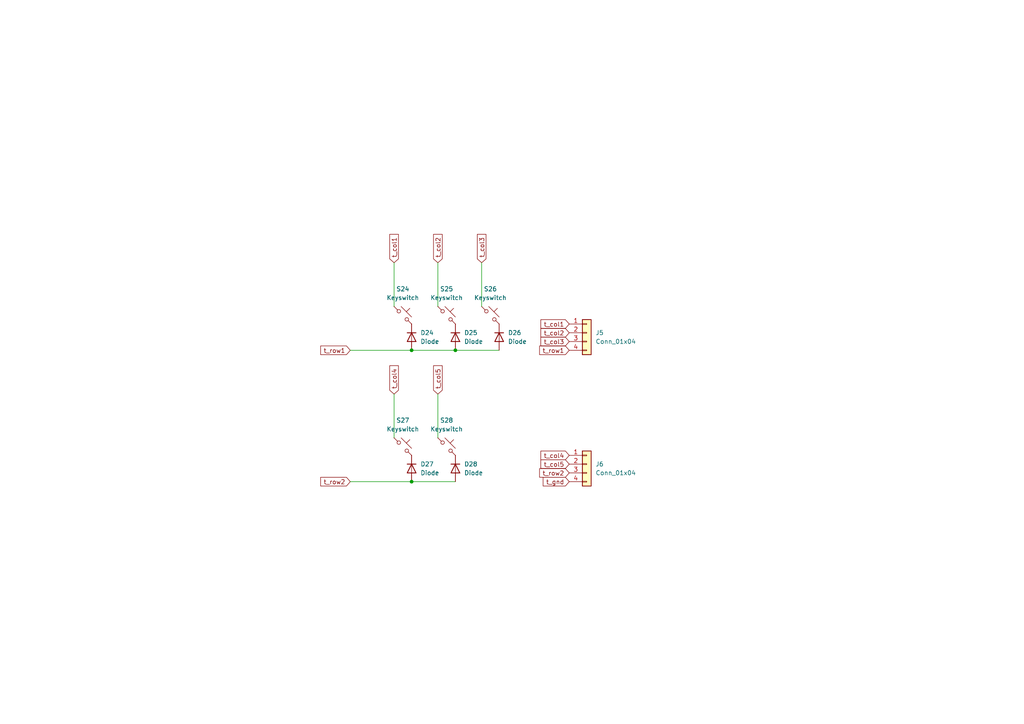
<source format=kicad_sch>
(kicad_sch (version 20230121) (generator eeschema)

  (uuid 591fdf8f-d7e1-4066-af13-60b22958773b)

  (paper "A4")

  (lib_symbols
    (symbol "Connector_Generic:Conn_01x04" (pin_names (offset 1.016) hide) (in_bom yes) (on_board yes)
      (property "Reference" "J" (at 0 5.08 0)
        (effects (font (size 1.27 1.27)))
      )
      (property "Value" "Conn_01x04" (at 0 -7.62 0)
        (effects (font (size 1.27 1.27)))
      )
      (property "Footprint" "" (at 0 0 0)
        (effects (font (size 1.27 1.27)) hide)
      )
      (property "Datasheet" "~" (at 0 0 0)
        (effects (font (size 1.27 1.27)) hide)
      )
      (property "ki_keywords" "connector" (at 0 0 0)
        (effects (font (size 1.27 1.27)) hide)
      )
      (property "ki_description" "Generic connector, single row, 01x04, script generated (kicad-library-utils/schlib/autogen/connector/)" (at 0 0 0)
        (effects (font (size 1.27 1.27)) hide)
      )
      (property "ki_fp_filters" "Connector*:*_1x??_*" (at 0 0 0)
        (effects (font (size 1.27 1.27)) hide)
      )
      (symbol "Conn_01x04_1_1"
        (rectangle (start -1.27 -4.953) (end 0 -5.207)
          (stroke (width 0.1524) (type default))
          (fill (type none))
        )
        (rectangle (start -1.27 -2.413) (end 0 -2.667)
          (stroke (width 0.1524) (type default))
          (fill (type none))
        )
        (rectangle (start -1.27 0.127) (end 0 -0.127)
          (stroke (width 0.1524) (type default))
          (fill (type none))
        )
        (rectangle (start -1.27 2.667) (end 0 2.413)
          (stroke (width 0.1524) (type default))
          (fill (type none))
        )
        (rectangle (start -1.27 3.81) (end 1.27 -6.35)
          (stroke (width 0.254) (type default))
          (fill (type background))
        )
        (pin passive line (at -5.08 2.54 0) (length 3.81)
          (name "Pin_1" (effects (font (size 1.27 1.27))))
          (number "1" (effects (font (size 1.27 1.27))))
        )
        (pin passive line (at -5.08 0 0) (length 3.81)
          (name "Pin_2" (effects (font (size 1.27 1.27))))
          (number "2" (effects (font (size 1.27 1.27))))
        )
        (pin passive line (at -5.08 -2.54 0) (length 3.81)
          (name "Pin_3" (effects (font (size 1.27 1.27))))
          (number "3" (effects (font (size 1.27 1.27))))
        )
        (pin passive line (at -5.08 -5.08 0) (length 3.81)
          (name "Pin_4" (effects (font (size 1.27 1.27))))
          (number "4" (effects (font (size 1.27 1.27))))
        )
      )
    )
    (symbol "ScottoKeebs:Placeholder_Diode" (pin_numbers hide) (pin_names hide) (in_bom yes) (on_board yes)
      (property "Reference" "D" (at 0 2.54 0)
        (effects (font (size 1.27 1.27)))
      )
      (property "Value" "Diode" (at 0 -2.54 0)
        (effects (font (size 1.27 1.27)))
      )
      (property "Footprint" "" (at 0 0 0)
        (effects (font (size 1.27 1.27)) hide)
      )
      (property "Datasheet" "" (at 0 0 0)
        (effects (font (size 1.27 1.27)) hide)
      )
      (property "Sim.Device" "D" (at 0 0 0)
        (effects (font (size 1.27 1.27)) hide)
      )
      (property "Sim.Pins" "1=K 2=A" (at 0 0 0)
        (effects (font (size 1.27 1.27)) hide)
      )
      (property "ki_keywords" "diode" (at 0 0 0)
        (effects (font (size 1.27 1.27)) hide)
      )
      (property "ki_description" "1N4148 (DO-35) or 1N4148W (SOD-123)" (at 0 0 0)
        (effects (font (size 1.27 1.27)) hide)
      )
      (property "ki_fp_filters" "D*DO?35*" (at 0 0 0)
        (effects (font (size 1.27 1.27)) hide)
      )
      (symbol "Placeholder_Diode_0_1"
        (polyline
          (pts
            (xy -1.27 1.27)
            (xy -1.27 -1.27)
          )
          (stroke (width 0.254) (type default))
          (fill (type none))
        )
        (polyline
          (pts
            (xy 1.27 0)
            (xy -1.27 0)
          )
          (stroke (width 0) (type default))
          (fill (type none))
        )
        (polyline
          (pts
            (xy 1.27 1.27)
            (xy 1.27 -1.27)
            (xy -1.27 0)
            (xy 1.27 1.27)
          )
          (stroke (width 0.254) (type default))
          (fill (type none))
        )
      )
      (symbol "Placeholder_Diode_1_1"
        (pin passive line (at -3.81 0 0) (length 2.54)
          (name "K" (effects (font (size 1.27 1.27))))
          (number "1" (effects (font (size 1.27 1.27))))
        )
        (pin passive line (at 3.81 0 180) (length 2.54)
          (name "A" (effects (font (size 1.27 1.27))))
          (number "2" (effects (font (size 1.27 1.27))))
        )
      )
    )
    (symbol "ScottoKeebs:Placeholder_Keyswitch" (pin_numbers hide) (pin_names (offset 1.016) hide) (in_bom yes) (on_board yes)
      (property "Reference" "S" (at 3.048 1.016 0)
        (effects (font (size 1.27 1.27)) (justify left))
      )
      (property "Value" "Keyswitch" (at 0 -3.81 0)
        (effects (font (size 1.27 1.27)))
      )
      (property "Footprint" "" (at 0 0 0)
        (effects (font (size 1.27 1.27)) hide)
      )
      (property "Datasheet" "~" (at 0 0 0)
        (effects (font (size 1.27 1.27)) hide)
      )
      (property "ki_keywords" "switch normally-open pushbutton push-button" (at 0 0 0)
        (effects (font (size 1.27 1.27)) hide)
      )
      (property "ki_description" "Push button switch, normally open, two pins, 45° tilted" (at 0 0 0)
        (effects (font (size 1.27 1.27)) hide)
      )
      (symbol "Placeholder_Keyswitch_0_1"
        (circle (center -1.1684 1.1684) (radius 0.508)
          (stroke (width 0) (type default))
          (fill (type none))
        )
        (polyline
          (pts
            (xy -0.508 2.54)
            (xy 2.54 -0.508)
          )
          (stroke (width 0) (type default))
          (fill (type none))
        )
        (polyline
          (pts
            (xy 1.016 1.016)
            (xy 2.032 2.032)
          )
          (stroke (width 0) (type default))
          (fill (type none))
        )
        (polyline
          (pts
            (xy -2.54 2.54)
            (xy -1.524 1.524)
            (xy -1.524 1.524)
          )
          (stroke (width 0) (type default))
          (fill (type none))
        )
        (polyline
          (pts
            (xy 1.524 -1.524)
            (xy 2.54 -2.54)
            (xy 2.54 -2.54)
            (xy 2.54 -2.54)
          )
          (stroke (width 0) (type default))
          (fill (type none))
        )
        (circle (center 1.143 -1.1938) (radius 0.508)
          (stroke (width 0) (type default))
          (fill (type none))
        )
        (pin passive line (at -2.54 2.54 0) (length 0)
          (name "1" (effects (font (size 1.27 1.27))))
          (number "1" (effects (font (size 1.27 1.27))))
        )
        (pin passive line (at 2.54 -2.54 180) (length 0)
          (name "2" (effects (font (size 1.27 1.27))))
          (number "2" (effects (font (size 1.27 1.27))))
        )
      )
    )
  )

  (junction (at 119.38 101.6) (diameter 0) (color 0 0 0 0)
    (uuid 48eb8e38-c206-465b-9989-a8ee30017a9f)
  )
  (junction (at 119.38 139.7) (diameter 0) (color 0 0 0 0)
    (uuid d394ae58-ea77-4668-badd-93744f498831)
  )
  (junction (at 132.08 101.6) (diameter 0) (color 0 0 0 0)
    (uuid d6d0d36d-a7e0-482f-95a0-1f51a5904248)
  )

  (wire (pts (xy 119.38 101.6) (xy 132.08 101.6))
    (stroke (width 0) (type default))
    (uuid 0de6d688-a285-4d6c-a9a1-5ae93dfa3c00)
  )
  (wire (pts (xy 114.3 114.3) (xy 114.3 127))
    (stroke (width 0) (type default))
    (uuid 1e10eff3-03d4-4ef9-93ac-39fe8b0dda7b)
  )
  (wire (pts (xy 114.3 76.2) (xy 114.3 88.9))
    (stroke (width 0) (type default))
    (uuid 1f727ec2-7374-4d27-be39-24af30fa9a2c)
  )
  (wire (pts (xy 139.7 76.2) (xy 139.7 88.9))
    (stroke (width 0) (type default))
    (uuid 28982215-25b0-47ae-8d9d-3444946f9f31)
  )
  (wire (pts (xy 101.6 139.7) (xy 119.38 139.7))
    (stroke (width 0) (type default))
    (uuid 3383381e-6b87-43c3-b6b2-f0f052eaae39)
  )
  (wire (pts (xy 119.38 139.7) (xy 132.08 139.7))
    (stroke (width 0) (type default))
    (uuid 4030d5b7-12fa-4a53-800e-693896af5401)
  )
  (wire (pts (xy 101.6 101.6) (xy 119.38 101.6))
    (stroke (width 0) (type default))
    (uuid 85ec87f9-7666-4d4c-8a25-1e22f9943c55)
  )
  (wire (pts (xy 127 76.2) (xy 127 88.9))
    (stroke (width 0) (type default))
    (uuid 915f607a-a865-4543-9eb6-38ac534dd57e)
  )
  (wire (pts (xy 132.08 101.6) (xy 144.78 101.6))
    (stroke (width 0) (type default))
    (uuid a423f2b9-47ce-4cd1-a02c-2a7e5a3f090e)
  )
  (wire (pts (xy 127 114.3) (xy 127 127))
    (stroke (width 0) (type default))
    (uuid eedff8a6-68be-416c-b13d-aa3c614f2e34)
  )

  (global_label "t_row1" (shape input) (at 101.6 101.6 180) (fields_autoplaced)
    (effects (font (size 1.27 1.27)) (justify right))
    (uuid 346392d0-70c0-44d6-ace5-b489c07ddb1c)
    (property "Intersheetrefs" "${INTERSHEET_REFS}" (at 92.4463 101.6 0)
      (effects (font (size 1.27 1.27)) (justify right) hide)
    )
  )
  (global_label "t_col1" (shape input) (at 165.1 93.98 180) (fields_autoplaced)
    (effects (font (size 1.27 1.27)) (justify right))
    (uuid 4b738b9c-3962-4679-b143-59fd9f997770)
    (property "Intersheetrefs" "${INTERSHEET_REFS}" (at 156.3092 93.98 0)
      (effects (font (size 1.27 1.27)) (justify right) hide)
    )
  )
  (global_label "t_col4" (shape input) (at 165.1 132.08 180) (fields_autoplaced)
    (effects (font (size 1.27 1.27)) (justify right))
    (uuid 580fb5ea-89e1-4f3e-8a7b-b0478e4dd4e4)
    (property "Intersheetrefs" "${INTERSHEET_REFS}" (at 156.3092 132.08 0)
      (effects (font (size 1.27 1.27)) (justify right) hide)
    )
  )
  (global_label "t_col5" (shape input) (at 165.1 134.62 180) (fields_autoplaced)
    (effects (font (size 1.27 1.27)) (justify right))
    (uuid 5c8f4688-9634-437e-87bc-9ff0ee5c373c)
    (property "Intersheetrefs" "${INTERSHEET_REFS}" (at 156.3092 134.62 0)
      (effects (font (size 1.27 1.27)) (justify right) hide)
    )
  )
  (global_label "t_col3" (shape input) (at 139.7 76.2 90) (fields_autoplaced)
    (effects (font (size 1.27 1.27)) (justify left))
    (uuid 70b1820e-0566-46cf-8b30-b7982530ff6d)
    (property "Intersheetrefs" "${INTERSHEET_REFS}" (at 139.7 67.4092 90)
      (effects (font (size 1.27 1.27)) (justify left) hide)
    )
  )
  (global_label "t_col3" (shape input) (at 165.1 99.06 180) (fields_autoplaced)
    (effects (font (size 1.27 1.27)) (justify right))
    (uuid 7e9531d2-0eaf-4120-b4dd-b001fe341f9e)
    (property "Intersheetrefs" "${INTERSHEET_REFS}" (at 156.3092 99.06 0)
      (effects (font (size 1.27 1.27)) (justify right) hide)
    )
  )
  (global_label "t_col4" (shape input) (at 114.3 114.3 90) (fields_autoplaced)
    (effects (font (size 1.27 1.27)) (justify left))
    (uuid 7f44bf03-466a-4e79-a453-85a0fb1b2e7d)
    (property "Intersheetrefs" "${INTERSHEET_REFS}" (at 114.3 105.5092 90)
      (effects (font (size 1.27 1.27)) (justify left) hide)
    )
  )
  (global_label "t_col2" (shape input) (at 127 76.2 90) (fields_autoplaced)
    (effects (font (size 1.27 1.27)) (justify left))
    (uuid 855d9d3f-8b29-4585-b5d4-084b11952003)
    (property "Intersheetrefs" "${INTERSHEET_REFS}" (at 127 67.4092 90)
      (effects (font (size 1.27 1.27)) (justify left) hide)
    )
  )
  (global_label "t_row1" (shape input) (at 165.1 101.6 180) (fields_autoplaced)
    (effects (font (size 1.27 1.27)) (justify right))
    (uuid 9ea8b093-2d1b-4ed7-aabc-df49101732f0)
    (property "Intersheetrefs" "${INTERSHEET_REFS}" (at 155.9463 101.6 0)
      (effects (font (size 1.27 1.27)) (justify right) hide)
    )
  )
  (global_label "t_row2" (shape input) (at 101.6 139.7 180) (fields_autoplaced)
    (effects (font (size 1.27 1.27)) (justify right))
    (uuid b37bf4e3-fc79-4151-87b7-35a2c5527ddd)
    (property "Intersheetrefs" "${INTERSHEET_REFS}" (at 92.4463 139.7 0)
      (effects (font (size 1.27 1.27)) (justify right) hide)
    )
  )
  (global_label "t_col5" (shape input) (at 127 114.3 90) (fields_autoplaced)
    (effects (font (size 1.27 1.27)) (justify left))
    (uuid d97137ef-1c21-46d2-bf47-8cd902ae61f7)
    (property "Intersheetrefs" "${INTERSHEET_REFS}" (at 127 105.5092 90)
      (effects (font (size 1.27 1.27)) (justify left) hide)
    )
  )
  (global_label "t_row2" (shape input) (at 165.1 137.16 180) (fields_autoplaced)
    (effects (font (size 1.27 1.27)) (justify right))
    (uuid e98c9b01-263b-4b94-b7c5-efccdf143b96)
    (property "Intersheetrefs" "${INTERSHEET_REFS}" (at 155.9463 137.16 0)
      (effects (font (size 1.27 1.27)) (justify right) hide)
    )
  )
  (global_label "t_col1" (shape input) (at 114.3 76.2 90) (fields_autoplaced)
    (effects (font (size 1.27 1.27)) (justify left))
    (uuid f0d6d2c2-e992-4bdc-8a04-b7ab42ff92d1)
    (property "Intersheetrefs" "${INTERSHEET_REFS}" (at 114.3 67.4092 90)
      (effects (font (size 1.27 1.27)) (justify left) hide)
    )
  )
  (global_label "t_col2" (shape input) (at 165.1 96.52 180) (fields_autoplaced)
    (effects (font (size 1.27 1.27)) (justify right))
    (uuid f66f4c3b-5553-405a-9892-386adfd5a071)
    (property "Intersheetrefs" "${INTERSHEET_REFS}" (at 156.3092 96.52 0)
      (effects (font (size 1.27 1.27)) (justify right) hide)
    )
  )
  (global_label "t_gnd" (shape input) (at 165.1 139.7 180) (fields_autoplaced)
    (effects (font (size 1.27 1.27)) (justify right))
    (uuid ff139e11-7160-40bb-95ac-5b5f02626bda)
    (property "Intersheetrefs" "${INTERSHEET_REFS}" (at 156.9745 139.7 0)
      (effects (font (size 1.27 1.27)) (justify right) hide)
    )
  )

  (symbol (lib_id "ScottoKeebs:Placeholder_Keyswitch") (at 116.84 91.44 0) (unit 1)
    (in_bom yes) (on_board yes) (dnp no) (fields_autoplaced)
    (uuid 04733bd8-b1bd-4d54-b856-4e8fd3926f84)
    (property "Reference" "S24" (at 116.84 83.82 0)
      (effects (font (size 1.27 1.27)))
    )
    (property "Value" "Keyswitch" (at 116.84 86.36 0)
      (effects (font (size 1.27 1.27)))
    )
    (property "Footprint" "ScottoKeebs_MX:MX_PCB_1.00u" (at 116.84 91.44 0)
      (effects (font (size 1.27 1.27)) hide)
    )
    (property "Datasheet" "~" (at 116.84 91.44 0)
      (effects (font (size 1.27 1.27)) hide)
    )
    (pin "2" (uuid 039f29e5-3755-4b91-bbee-a241dc04128e))
    (pin "1" (uuid 8bf274f9-52a1-4023-8bd6-faf44a80ce82))
    (instances
      (project "oddball_steno"
        (path "/9622ce34-2b1b-42e7-b6f6-7aeadf0db0b2/210c5729-b2b9-42f7-af73-1fbd3d64fe40"
          (reference "S24") (unit 1)
        )
      )
    )
  )

  (symbol (lib_id "ScottoKeebs:Placeholder_Keyswitch") (at 142.24 91.44 0) (unit 1)
    (in_bom yes) (on_board yes) (dnp no) (fields_autoplaced)
    (uuid 0a1a0a6c-138e-4d17-a279-407231660795)
    (property "Reference" "S26" (at 142.24 83.82 0)
      (effects (font (size 1.27 1.27)))
    )
    (property "Value" "Keyswitch" (at 142.24 86.36 0)
      (effects (font (size 1.27 1.27)))
    )
    (property "Footprint" "ScottoKeebs_MX:MX_PCB_1.00u" (at 142.24 91.44 0)
      (effects (font (size 1.27 1.27)) hide)
    )
    (property "Datasheet" "~" (at 142.24 91.44 0)
      (effects (font (size 1.27 1.27)) hide)
    )
    (pin "2" (uuid a2c27d01-c5df-4337-a6a9-6ae905f45d7f))
    (pin "1" (uuid 9728676e-b636-460a-b013-86e0ef1fb984))
    (instances
      (project "oddball_steno"
        (path "/9622ce34-2b1b-42e7-b6f6-7aeadf0db0b2/210c5729-b2b9-42f7-af73-1fbd3d64fe40"
          (reference "S26") (unit 1)
        )
      )
    )
  )

  (symbol (lib_id "ScottoKeebs:Placeholder_Keyswitch") (at 129.54 91.44 0) (unit 1)
    (in_bom yes) (on_board yes) (dnp no) (fields_autoplaced)
    (uuid 0c593a9e-7515-428a-9381-1df5f7095829)
    (property "Reference" "S25" (at 129.54 83.82 0)
      (effects (font (size 1.27 1.27)))
    )
    (property "Value" "Keyswitch" (at 129.54 86.36 0)
      (effects (font (size 1.27 1.27)))
    )
    (property "Footprint" "ScottoKeebs_MX:MX_PCB_1.00u" (at 129.54 91.44 0)
      (effects (font (size 1.27 1.27)) hide)
    )
    (property "Datasheet" "~" (at 129.54 91.44 0)
      (effects (font (size 1.27 1.27)) hide)
    )
    (pin "2" (uuid 7959c9e0-6c70-47c5-8682-ab45691a6fb3))
    (pin "1" (uuid bf5909b1-3e67-4af3-b87e-508f691e1ebb))
    (instances
      (project "oddball_steno"
        (path "/9622ce34-2b1b-42e7-b6f6-7aeadf0db0b2/210c5729-b2b9-42f7-af73-1fbd3d64fe40"
          (reference "S25") (unit 1)
        )
      )
    )
  )

  (symbol (lib_id "ScottoKeebs:Placeholder_Diode") (at 132.08 135.89 270) (unit 1)
    (in_bom yes) (on_board yes) (dnp no) (fields_autoplaced)
    (uuid 3d8f7408-525a-4335-8233-13f90ee8a45a)
    (property "Reference" "D28" (at 134.62 134.62 90)
      (effects (font (size 1.27 1.27)) (justify left))
    )
    (property "Value" "Diode" (at 134.62 137.16 90)
      (effects (font (size 1.27 1.27)) (justify left))
    )
    (property "Footprint" "ScottoKeebs_Components:Diode_DO-35" (at 132.08 135.89 0)
      (effects (font (size 1.27 1.27)) hide)
    )
    (property "Datasheet" "" (at 132.08 135.89 0)
      (effects (font (size 1.27 1.27)) hide)
    )
    (property "Sim.Device" "D" (at 132.08 135.89 0)
      (effects (font (size 1.27 1.27)) hide)
    )
    (property "Sim.Pins" "1=K 2=A" (at 132.08 135.89 0)
      (effects (font (size 1.27 1.27)) hide)
    )
    (pin "2" (uuid c590f09f-600b-401b-a481-c1bd2bad5aa1))
    (pin "1" (uuid 9ac6ae75-cdcd-4fc9-a8c1-d014b79b05d5))
    (instances
      (project "oddball_steno"
        (path "/9622ce34-2b1b-42e7-b6f6-7aeadf0db0b2/210c5729-b2b9-42f7-af73-1fbd3d64fe40"
          (reference "D28") (unit 1)
        )
      )
    )
  )

  (symbol (lib_id "ScottoKeebs:Placeholder_Diode") (at 119.38 97.79 270) (unit 1)
    (in_bom yes) (on_board yes) (dnp no) (fields_autoplaced)
    (uuid 5eeacc8a-7ca9-4861-826e-510810d3f84b)
    (property "Reference" "D24" (at 121.92 96.52 90)
      (effects (font (size 1.27 1.27)) (justify left))
    )
    (property "Value" "Diode" (at 121.92 99.06 90)
      (effects (font (size 1.27 1.27)) (justify left))
    )
    (property "Footprint" "ScottoKeebs_Components:Diode_DO-35" (at 119.38 97.79 0)
      (effects (font (size 1.27 1.27)) hide)
    )
    (property "Datasheet" "" (at 119.38 97.79 0)
      (effects (font (size 1.27 1.27)) hide)
    )
    (property "Sim.Device" "D" (at 119.38 97.79 0)
      (effects (font (size 1.27 1.27)) hide)
    )
    (property "Sim.Pins" "1=K 2=A" (at 119.38 97.79 0)
      (effects (font (size 1.27 1.27)) hide)
    )
    (pin "2" (uuid 4d77801b-3f78-4f1a-ad6f-afb1f10a5f30))
    (pin "1" (uuid 5eaa32d3-7fd9-4f5e-a352-add4a8c500c6))
    (instances
      (project "oddball_steno"
        (path "/9622ce34-2b1b-42e7-b6f6-7aeadf0db0b2/210c5729-b2b9-42f7-af73-1fbd3d64fe40"
          (reference "D24") (unit 1)
        )
      )
    )
  )

  (symbol (lib_id "ScottoKeebs:Placeholder_Diode") (at 144.78 97.79 270) (unit 1)
    (in_bom yes) (on_board yes) (dnp no) (fields_autoplaced)
    (uuid 7d4c3504-3566-4936-ba43-f1a3d57cce19)
    (property "Reference" "D26" (at 147.32 96.52 90)
      (effects (font (size 1.27 1.27)) (justify left))
    )
    (property "Value" "Diode" (at 147.32 99.06 90)
      (effects (font (size 1.27 1.27)) (justify left))
    )
    (property "Footprint" "ScottoKeebs_Components:Diode_DO-35" (at 144.78 97.79 0)
      (effects (font (size 1.27 1.27)) hide)
    )
    (property "Datasheet" "" (at 144.78 97.79 0)
      (effects (font (size 1.27 1.27)) hide)
    )
    (property "Sim.Device" "D" (at 144.78 97.79 0)
      (effects (font (size 1.27 1.27)) hide)
    )
    (property "Sim.Pins" "1=K 2=A" (at 144.78 97.79 0)
      (effects (font (size 1.27 1.27)) hide)
    )
    (pin "2" (uuid dedb7c16-388c-49f2-ae99-d64995d67ece))
    (pin "1" (uuid 3d047610-ae3b-4b04-9761-a678f4334715))
    (instances
      (project "oddball_steno"
        (path "/9622ce34-2b1b-42e7-b6f6-7aeadf0db0b2/210c5729-b2b9-42f7-af73-1fbd3d64fe40"
          (reference "D26") (unit 1)
        )
      )
    )
  )

  (symbol (lib_id "Connector_Generic:Conn_01x04") (at 170.18 96.52 0) (unit 1)
    (in_bom yes) (on_board yes) (dnp no) (fields_autoplaced)
    (uuid 854f8e98-58fb-43bb-b3a5-96002814df3a)
    (property "Reference" "J5" (at 172.72 96.52 0)
      (effects (font (size 1.27 1.27)) (justify left))
    )
    (property "Value" "Conn_01x04" (at 172.72 99.06 0)
      (effects (font (size 1.27 1.27)) (justify left))
    )
    (property "Footprint" "Connector_Wire:SolderWire-0.5sqmm_1x04_P4.6mm_D0.9mm_OD2.1mm" (at 170.18 96.52 0)
      (effects (font (size 1.27 1.27)) hide)
    )
    (property "Datasheet" "~" (at 170.18 96.52 0)
      (effects (font (size 1.27 1.27)) hide)
    )
    (pin "1" (uuid 5a5e19c9-7a54-4584-8727-bbb16a2219f3))
    (pin "2" (uuid b30fc878-3d53-418b-92bd-a90a25760acb))
    (pin "3" (uuid d34a6678-5d9d-4f1d-b677-770c217625a8))
    (pin "4" (uuid e76d5efe-f8cf-4f1d-829c-ca9a789422e1))
    (instances
      (project "oddball_steno"
        (path "/9622ce34-2b1b-42e7-b6f6-7aeadf0db0b2/210c5729-b2b9-42f7-af73-1fbd3d64fe40"
          (reference "J5") (unit 1)
        )
      )
    )
  )

  (symbol (lib_id "ScottoKeebs:Placeholder_Keyswitch") (at 116.84 129.54 0) (unit 1)
    (in_bom yes) (on_board yes) (dnp no) (fields_autoplaced)
    (uuid 876ff092-245d-4a39-96cb-c54eaacba4d3)
    (property "Reference" "S27" (at 116.84 121.92 0)
      (effects (font (size 1.27 1.27)))
    )
    (property "Value" "Keyswitch" (at 116.84 124.46 0)
      (effects (font (size 1.27 1.27)))
    )
    (property "Footprint" "ScottoKeebs_MX:MX_PCB_1.00u" (at 116.84 129.54 0)
      (effects (font (size 1.27 1.27)) hide)
    )
    (property "Datasheet" "~" (at 116.84 129.54 0)
      (effects (font (size 1.27 1.27)) hide)
    )
    (pin "2" (uuid 056839db-bd7d-4e79-8154-b40a965d1c99))
    (pin "1" (uuid 6a7e1b40-85a3-4a75-b217-e4df7d23120d))
    (instances
      (project "oddball_steno"
        (path "/9622ce34-2b1b-42e7-b6f6-7aeadf0db0b2/210c5729-b2b9-42f7-af73-1fbd3d64fe40"
          (reference "S27") (unit 1)
        )
      )
    )
  )

  (symbol (lib_id "Connector_Generic:Conn_01x04") (at 170.18 134.62 0) (unit 1)
    (in_bom yes) (on_board yes) (dnp no) (fields_autoplaced)
    (uuid 9a0759dd-e27b-4c98-bb90-d0db444dc4b6)
    (property "Reference" "J6" (at 172.72 134.62 0)
      (effects (font (size 1.27 1.27)) (justify left))
    )
    (property "Value" "Conn_01x04" (at 172.72 137.16 0)
      (effects (font (size 1.27 1.27)) (justify left))
    )
    (property "Footprint" "Connector_Wire:SolderWire-0.5sqmm_1x04_P4.6mm_D0.9mm_OD2.1mm" (at 170.18 134.62 0)
      (effects (font (size 1.27 1.27)) hide)
    )
    (property "Datasheet" "~" (at 170.18 134.62 0)
      (effects (font (size 1.27 1.27)) hide)
    )
    (pin "1" (uuid 2ff6c46f-d1ff-4aff-8485-a9958990fef3))
    (pin "2" (uuid f00ad2b0-e4db-4a05-987b-7d5c87708a9e))
    (pin "3" (uuid cc62ef4e-aece-4ec0-8a8a-bf370a2db140))
    (pin "4" (uuid 51ee49bd-65a1-4f9b-ae97-a3822e4f861f))
    (instances
      (project "oddball_steno"
        (path "/9622ce34-2b1b-42e7-b6f6-7aeadf0db0b2/210c5729-b2b9-42f7-af73-1fbd3d64fe40"
          (reference "J6") (unit 1)
        )
      )
    )
  )

  (symbol (lib_id "ScottoKeebs:Placeholder_Diode") (at 132.08 97.79 270) (unit 1)
    (in_bom yes) (on_board yes) (dnp no) (fields_autoplaced)
    (uuid c419e021-477e-4dfe-af75-b916b2d6afac)
    (property "Reference" "D25" (at 134.62 96.52 90)
      (effects (font (size 1.27 1.27)) (justify left))
    )
    (property "Value" "Diode" (at 134.62 99.06 90)
      (effects (font (size 1.27 1.27)) (justify left))
    )
    (property "Footprint" "ScottoKeebs_Components:Diode_DO-35" (at 132.08 97.79 0)
      (effects (font (size 1.27 1.27)) hide)
    )
    (property "Datasheet" "" (at 132.08 97.79 0)
      (effects (font (size 1.27 1.27)) hide)
    )
    (property "Sim.Device" "D" (at 132.08 97.79 0)
      (effects (font (size 1.27 1.27)) hide)
    )
    (property "Sim.Pins" "1=K 2=A" (at 132.08 97.79 0)
      (effects (font (size 1.27 1.27)) hide)
    )
    (pin "2" (uuid 2fecc0a0-5b36-4a21-98e4-960c15626d1e))
    (pin "1" (uuid ba4da030-b081-4f6c-b775-8da514919e85))
    (instances
      (project "oddball_steno"
        (path "/9622ce34-2b1b-42e7-b6f6-7aeadf0db0b2/210c5729-b2b9-42f7-af73-1fbd3d64fe40"
          (reference "D25") (unit 1)
        )
      )
    )
  )

  (symbol (lib_id "ScottoKeebs:Placeholder_Keyswitch") (at 129.54 129.54 0) (unit 1)
    (in_bom yes) (on_board yes) (dnp no) (fields_autoplaced)
    (uuid c7037427-eca9-4d4a-9cb4-90a42a722a87)
    (property "Reference" "S28" (at 129.54 121.92 0)
      (effects (font (size 1.27 1.27)))
    )
    (property "Value" "Keyswitch" (at 129.54 124.46 0)
      (effects (font (size 1.27 1.27)))
    )
    (property "Footprint" "ScottoKeebs_MX:MX_PCB_1.00u" (at 129.54 129.54 0)
      (effects (font (size 1.27 1.27)) hide)
    )
    (property "Datasheet" "~" (at 129.54 129.54 0)
      (effects (font (size 1.27 1.27)) hide)
    )
    (pin "2" (uuid 5bd8dc88-9660-42b7-b1fd-90503de1c073))
    (pin "1" (uuid def5873c-1fd6-4f52-99a3-a76642f68e51))
    (instances
      (project "oddball_steno"
        (path "/9622ce34-2b1b-42e7-b6f6-7aeadf0db0b2/210c5729-b2b9-42f7-af73-1fbd3d64fe40"
          (reference "S28") (unit 1)
        )
      )
    )
  )

  (symbol (lib_id "ScottoKeebs:Placeholder_Diode") (at 119.38 135.89 270) (unit 1)
    (in_bom yes) (on_board yes) (dnp no) (fields_autoplaced)
    (uuid d216ef45-f714-4f31-a70d-2889164bd113)
    (property "Reference" "D27" (at 121.92 134.62 90)
      (effects (font (size 1.27 1.27)) (justify left))
    )
    (property "Value" "Diode" (at 121.92 137.16 90)
      (effects (font (size 1.27 1.27)) (justify left))
    )
    (property "Footprint" "ScottoKeebs_Components:Diode_DO-35" (at 119.38 135.89 0)
      (effects (font (size 1.27 1.27)) hide)
    )
    (property "Datasheet" "" (at 119.38 135.89 0)
      (effects (font (size 1.27 1.27)) hide)
    )
    (property "Sim.Device" "D" (at 119.38 135.89 0)
      (effects (font (size 1.27 1.27)) hide)
    )
    (property "Sim.Pins" "1=K 2=A" (at 119.38 135.89 0)
      (effects (font (size 1.27 1.27)) hide)
    )
    (pin "2" (uuid cc8c9db9-0907-4b73-913f-d9812069dd14))
    (pin "1" (uuid 3d6ff56e-9ba6-437c-ac21-7350a1208890))
    (instances
      (project "oddball_steno"
        (path "/9622ce34-2b1b-42e7-b6f6-7aeadf0db0b2/210c5729-b2b9-42f7-af73-1fbd3d64fe40"
          (reference "D27") (unit 1)
        )
      )
    )
  )
)

</source>
